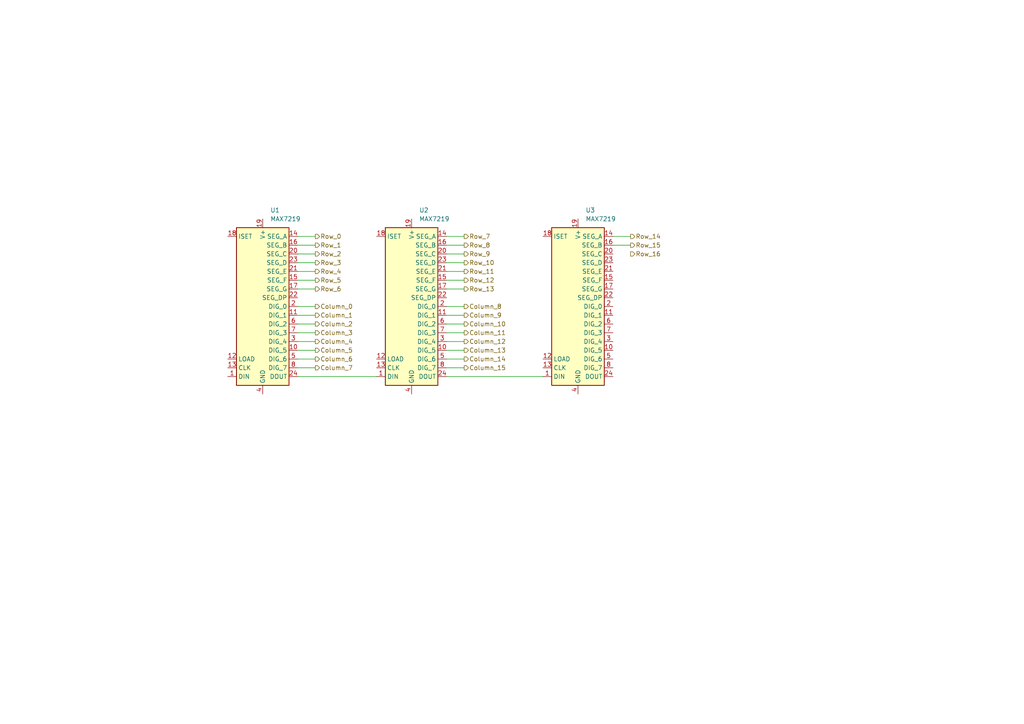
<source format=kicad_sch>
(kicad_sch (version 20230121) (generator eeschema)
  (paper "A4")
  (lib_symbols
    (symbol "Driver_LED:MAX7219"
      (property "Reference" "U" (at -6.35 24.13 0))
      (property "Value" "MAX7219" (at 1.27 25.4 0))
      (symbol "MAX7219_0_1"
        (rectangle (start -7.62 22.86) (end 7.62 -22.86) (stroke (width 0.254)) (fill (type background)))
      )
      (symbol "MAX7219_1_1"
        (pin input line (at -10.16 -20.32 0) (length 2.54) (name "DIN") (number "1"))
        (pin output line (at 10.16 -12.7 180) (length 2.54) (name "DIG_5") (number "10"))
        (pin output line (at 10.16 -2.54 180) (length 2.54) (name "DIG_1") (number "11"))
        (pin input line (at -10.16 -15.24 0) (length 2.54) (name "LOAD") (number "12"))
        (pin input line (at -10.16 -17.78 0) (length 2.54) (name "CLK") (number "13"))
        (pin output line (at 10.16 20.32 180) (length 2.54) (name "SEG_A") (number "14"))
        (pin output line (at 10.16 7.62 180) (length 2.54) (name "SEG_F") (number "15"))
        (pin output line (at 10.16 17.78 180) (length 2.54) (name "SEG_B") (number "16"))
        (pin output line (at 10.16 5.08 180) (length 2.54) (name "SEG_G") (number "17"))
        (pin input line (at -10.16 20.32 0) (length 2.54) (name "ISET") (number "18"))
        (pin power_in line (at 0 25.4 270) (length 2.54) (name "V+") (number "19"))
        (pin output line (at 10.16 0 180) (length 2.54) (name "DIG_0") (number "2"))
        (pin output line (at 10.16 15.24 180) (length 2.54) (name "SEG_C") (number "20"))
        (pin output line (at 10.16 10.16 180) (length 2.54) (name "SEG_E") (number "21"))
        (pin output line (at 10.16 2.54 180) (length 2.54) (name "SEG_DP") (number "22"))
        (pin output line (at 10.16 12.7 180) (length 2.54) (name "SEG_D") (number "23"))
        (pin output line (at 10.16 -20.32 180) (length 2.54) (name "DOUT") (number "24"))
        (pin output line (at 10.16 -10.16 180) (length 2.54) (name "DIG_4") (number "3"))
        (pin power_in line (at 0 -25.4 90) (length 2.54) (name "GND") (number "4"))
        (pin output line (at 10.16 -15.24 180) (length 2.54) (name "DIG_6") (number "5"))
        (pin output line (at 10.16 -5.08 180) (length 2.54) (name "DIG_2") (number "6"))
        (pin output line (at 10.16 -7.62 180) (length 2.54) (name "DIG_3") (number "7"))
        (pin output line (at 10.16 -17.78 180) (length 2.54) (name "DIG_7") (number "8"))
        (pin passive line (at 0 -25.4 90) (length 2.54) hide (name "GND") (number "9"))
      )
    )
  )
  (wire (pts (xy 86.36 101.6) (xy 91.44 101.6)))
  (wire (pts (xy 86.36 73.66) (xy 91.44 73.66)))
  (wire (pts (xy 177.8 68.58) (xy 182.88 68.58)))
  (wire (pts (xy 129.54 81.28) (xy 134.62 81.28)))
  (wire (pts (xy 129.54 88.9) (xy 134.62 88.9)))
  (wire (pts (xy 86.36 88.9) (xy 91.44 88.9)))
  (wire (pts (xy 86.36 96.52) (xy 91.44 96.52)))
  (wire (pts (xy 86.36 93.98) (xy 91.44 93.98)))
  (wire (pts (xy 86.36 81.28) (xy 91.44 81.28)))
  (wire (pts (xy 86.36 78.74) (xy 91.44 78.74)))
  (wire (pts (xy 129.54 73.66) (xy 134.62 73.66)))
  (wire (pts (xy 129.54 78.74) (xy 134.62 78.74)))
  (wire (pts (xy 129.54 76.2) (xy 134.62 76.2)))
  (wire (pts (xy 86.36 99.06) (xy 91.44 99.06)))
  (wire (pts (xy 129.54 71.12) (xy 134.62 71.12)))
  (wire (pts (xy 86.36 106.68) (xy 91.44 106.68)))
  (wire (pts (xy 129.54 83.82) (xy 134.62 83.82)))
  (wire (pts (xy 129.54 106.68) (xy 134.62 106.68)))
  (wire (pts (xy 129.54 68.58) (xy 134.62 68.58)))
  (wire (pts (xy 86.36 76.2) (xy 91.44 76.2)))
  (wire (pts (xy 86.36 83.82) (xy 91.44 83.82)))
  (wire (pts (xy 86.36 109.22) (xy 109.22 109.22)))
  (wire (pts (xy 86.36 71.12) (xy 91.44 71.12)))
  (wire (pts (xy 129.54 96.52) (xy 134.62 96.52)))
  (wire (pts (xy 129.54 93.98) (xy 134.62 93.98)))
  (wire (pts (xy 129.54 109.22) (xy 157.48 109.22)))
  (wire (pts (xy 177.8 71.12) (xy 182.88 71.12)))
  (wire (pts (xy 129.54 99.06) (xy 134.62 99.06)))
  (wire (pts (xy 129.54 104.14) (xy 134.62 104.14)))
  (wire (pts (xy 86.36 68.58) (xy 91.44 68.58)))
  (wire (pts (xy 129.54 91.44) (xy 134.62 91.44)))
  (wire (pts (xy 129.54 101.6) (xy 134.62 101.6)))
  (wire (pts (xy 86.36 104.14) (xy 91.44 104.14)))
  (wire (pts (xy 86.36 91.44) (xy 91.44 91.44)))
  (hierarchical_label "Row_15" (shape output) (at 182.88 71.12 0))
  (hierarchical_label "Row_6" (shape output) (at 91.44 83.82 0))
  (hierarchical_label "Column_13" (shape output) (at 134.62 101.6 0))
  (hierarchical_label "Row_5" (shape output) (at 91.44 81.28 0))
  (hierarchical_label "Column_2" (shape output) (at 91.44 93.98 0))
  (hierarchical_label "Column_1" (shape output) (at 91.44 91.44 0))
  (hierarchical_label "Row_11" (shape output) (at 134.62 78.74 0))
  (hierarchical_label "Column_7" (shape output) (at 91.44 106.68 0))
  (hierarchical_label "Column_10" (shape output) (at 134.62 93.98 0))
  (hierarchical_label "Row_4" (shape output) (at 91.44 78.74 0))
  (hierarchical_label "Column_3" (shape output) (at 91.44 96.52 0))
  (hierarchical_label "Column_0" (shape output) (at 91.44 88.9 0))
  (hierarchical_label "Column_15" (shape output) (at 134.62 106.68 0))
  (hierarchical_label "Column_8" (shape output) (at 134.62 88.9 0))
  (hierarchical_label "Row_1" (shape output) (at 91.44 71.12 0))
  (hierarchical_label "Row_12" (shape output) (at 134.62 81.28 0))
  (hierarchical_label "Column_14" (shape output) (at 134.62 104.14 0))
  (hierarchical_label "Row_10" (shape output) (at 134.62 76.2 0))
  (hierarchical_label "Column_6" (shape output) (at 91.44 104.14 0))
  (hierarchical_label "Column_4" (shape output) (at 91.44 99.06 0))
  (hierarchical_label "Row_8" (shape output) (at 134.62 71.12 0))
  (hierarchical_label "Column_9" (shape output) (at 134.62 91.44 0))
  (hierarchical_label "Row_7" (shape output) (at 134.62 68.58 0))
  (hierarchical_label "Row_0" (shape output) (at 91.44 68.58 0))
  (hierarchical_label "Row_3" (shape output) (at 91.44 76.2 0))
  (hierarchical_label "Row_9" (shape output) (at 134.62 73.66 0))
  (hierarchical_label "Column_5" (shape output) (at 91.44 101.6 0))
  (hierarchical_label "Row_13" (shape output) (at 134.62 83.82 0))
  (hierarchical_label "Row_2" (shape output) (at 91.44 73.66 0))
  (hierarchical_label "Column_12" (shape output) (at 134.62 99.06 0))
  (hierarchical_label "Row_14" (shape output) (at 182.88 68.58 0))
  (hierarchical_label "Column_11" (shape output) (at 134.62 96.52 0))
  (hierarchical_label "Row_16" (shape output) (at 182.88 73.66 0))
  (symbol (lib_id "Driver_LED:MAX7219") (at 167.64 88.9 0) (unit 1)
    (property "Reference" "U3" (at 169.8341 60.96 0) (effects (justify left)))
    (property "Value" "MAX7219" (at 169.8341 63.5 0) (effects (justify left)))
    (property "Datasheet" "https://datasheets.maximintegrated.com/en/ds/MAX7219-MAX7221.pdf" (effects hide))
  )
  (symbol (lib_id "Driver_LED:MAX7219") (at 76.2 88.9 0) (unit 1)
    (property "Reference" "U1" (at 78.3941 60.96 0) (effects (justify left)))
    (property "Value" "MAX7219" (at 78.3941 63.5 0) (effects (justify left)))
    (property "Datasheet" "https://datasheets.maximintegrated.com/en/ds/MAX7219-MAX7221.pdf" (effects hide))
  )
  (symbol (lib_id "Driver_LED:MAX7219") (at 119.38 88.9 0) (unit 1)
    (property "Reference" "U2" (at 121.5741 60.96 0) (effects (justify left)))
    (property "Value" "MAX7219" (at 121.5741 63.5 0) (effects (justify left)))
    (property "Datasheet" "https://datasheets.maximintegrated.com/en/ds/MAX7219-MAX7221.pdf" (effects hide))
  )
)
</source>
